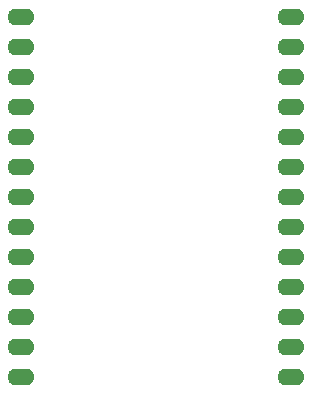
<source format=gbr>
%TF.GenerationSoftware,KiCad,Pcbnew,8.0.3*%
%TF.CreationDate,2024-08-23T11:34:52-06:00*%
%TF.ProjectId,MP3,4d50332e-6b69-4636-9164-5f7063625858,rev?*%
%TF.SameCoordinates,Original*%
%TF.FileFunction,Paste,Top*%
%TF.FilePolarity,Positive*%
%FSLAX46Y46*%
G04 Gerber Fmt 4.6, Leading zero omitted, Abs format (unit mm)*
G04 Created by KiCad (PCBNEW 8.0.3) date 2024-08-23 11:34:52*
%MOMM*%
%LPD*%
G01*
G04 APERTURE LIST*
%ADD10O,2.286000X1.400000*%
G04 APERTURE END LIST*
D10*
%TO.C,U1*%
X162548123Y-129783800D03*
X162548123Y-132323800D03*
X162548123Y-106923800D03*
X162548123Y-127243800D03*
X162548123Y-119623800D03*
X185408123Y-134863800D03*
X162548123Y-137403800D03*
X185408123Y-132323800D03*
X162548123Y-134863800D03*
X162548123Y-124703800D03*
X162548123Y-122163800D03*
X162548123Y-117083800D03*
X162548123Y-112003800D03*
X162548123Y-109463800D03*
X162548123Y-114543800D03*
X185408123Y-124703800D03*
X185408123Y-127243800D03*
X185408123Y-129783800D03*
X185408123Y-119623800D03*
X185408123Y-122163800D03*
X185408123Y-114543800D03*
X185408123Y-117083800D03*
X185408123Y-112003800D03*
X185408123Y-137403800D03*
X185408123Y-109463800D03*
X185408123Y-106923800D03*
%TD*%
M02*

</source>
